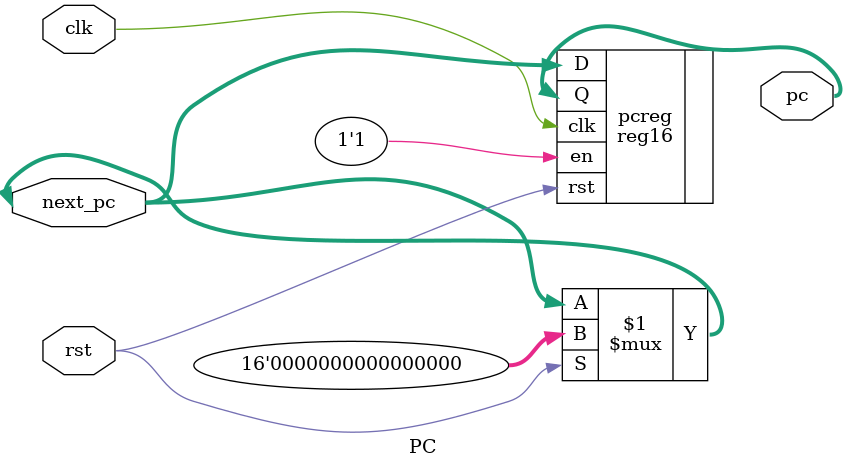
<source format=v>
module PC (next_pc, clk, rst, pc);
  input clk, rst;
  input [15:0] next_pc;
  output [15:0] pc;
  assign next_pc = rst ? 16'h0000 : next_pc;

  reg16 pcreg(.clk(clk), .rst(rst), .en(1'b1), .D(next_pc), .Q(pc));

  endmodule

</source>
